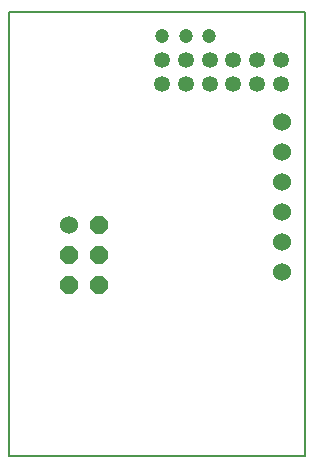
<source format=gbs>
G75*
%MOIN*%
%OFA0B0*%
%FSLAX24Y24*%
%IPPOS*%
%LPD*%
%AMOC8*
5,1,8,0,0,1.08239X$1,22.5*
%
%ADD10C,0.0080*%
%ADD11C,0.0600*%
%ADD12C,0.0472*%
%ADD13C,0.0531*%
%ADD14OC8,0.0600*%
D10*
X003400Y002400D02*
X013264Y002400D01*
X013264Y017194D01*
X003400Y017194D01*
X003400Y002400D01*
D11*
X012525Y008525D03*
X012525Y009525D03*
X012525Y010525D03*
X012525Y011525D03*
X012525Y012525D03*
X012525Y013525D03*
X005400Y010088D03*
D12*
X008517Y016381D03*
X009304Y016381D03*
X010091Y016381D03*
D13*
X010100Y015588D03*
X010887Y015588D03*
X011675Y015588D03*
X012462Y015588D03*
X012462Y014800D03*
X011675Y014800D03*
X010887Y014800D03*
X010100Y014800D03*
X009312Y014800D03*
X008525Y014800D03*
X008525Y015588D03*
X009312Y015588D03*
D14*
X006400Y010088D03*
X006400Y009088D03*
X005400Y009088D03*
X005400Y008088D03*
X006400Y008088D03*
M02*

</source>
